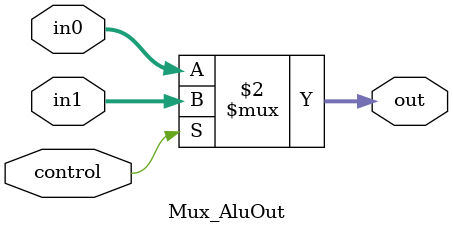
<source format=v>
module Mux_AluOut(
    input wire [31:0] in0,
    input wire  [31:0] in1,
    input wire  control,
    output wire [31:0] out
    );

    assign out = (control == 1'b0) ? in0:
                 in1;
                 
endmodule
</source>
